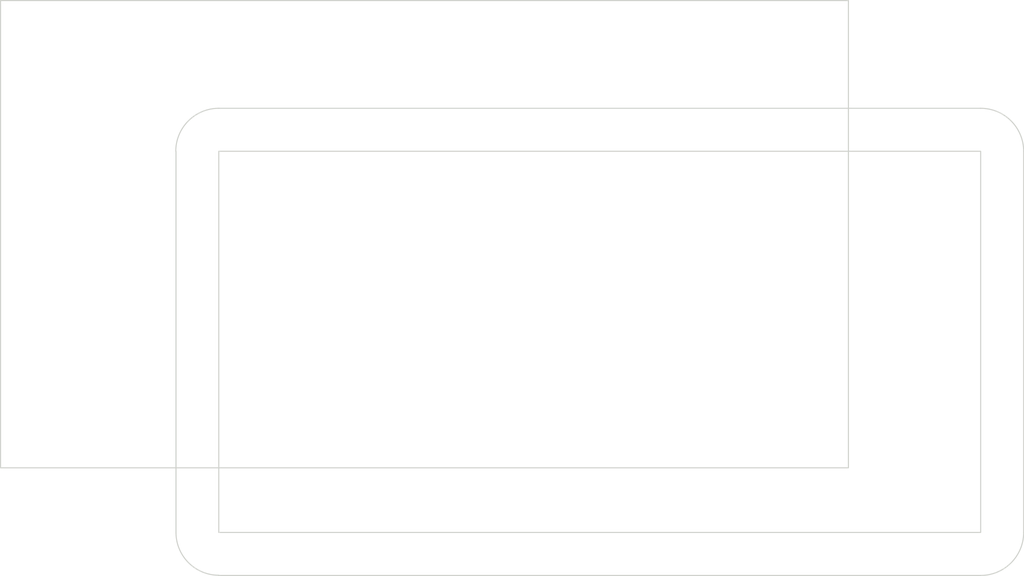
<source format=kicad_pcb>
(kicad_pcb (version 20211014) (generator pcbnew)

  (general
    (thickness 1.6)
  )

  (paper "A4")
  (layers
    (0 "F.Cu" signal)
    (31 "B.Cu" signal)
    (32 "B.Adhes" user "B.Adhesive")
    (33 "F.Adhes" user "F.Adhesive")
    (34 "B.Paste" user)
    (35 "F.Paste" user)
    (36 "B.SilkS" user "B.Silkscreen")
    (37 "F.SilkS" user "F.Silkscreen")
    (38 "B.Mask" user)
    (39 "F.Mask" user)
    (40 "Dwgs.User" user "User.Drawings")
    (41 "Cmts.User" user "User.Comments")
    (42 "Eco1.User" user "User.Eco1")
    (43 "Eco2.User" user "User.Eco2")
    (44 "Edge.Cuts" user)
    (45 "Margin" user)
    (46 "B.CrtYd" user "B.Courtyard")
    (47 "F.CrtYd" user "F.Courtyard")
    (48 "B.Fab" user)
    (49 "F.Fab" user)
    (50 "User.1" user)
    (51 "User.2" user)
    (52 "User.3" user)
    (53 "User.4" user)
    (54 "User.5" user)
    (55 "User.6" user)
    (56 "User.7" user)
    (57 "User.8" user)
    (58 "User.9" user)
  )

  (setup
    (pad_to_mask_clearance 0)
    (pcbplotparams
      (layerselection 0x00010fc_ffffffff)
      (disableapertmacros false)
      (usegerberextensions false)
      (usegerberattributes true)
      (usegerberadvancedattributes true)
      (creategerberjobfile true)
      (svguseinch false)
      (svgprecision 6)
      (excludeedgelayer true)
      (plotframeref false)
      (viasonmask false)
      (mode 1)
      (useauxorigin false)
      (hpglpennumber 1)
      (hpglpenspeed 20)
      (hpglpendiameter 15.000000)
      (dxfpolygonmode true)
      (dxfimperialunits true)
      (dxfusepcbnewfont true)
      (psnegative false)
      (psa4output false)
      (plotreference true)
      (plotvalue true)
      (plotinvisibletext false)
      (sketchpadsonfab false)
      (subtractmaskfromsilk false)
      (outputformat 1)
      (mirror false)
      (drillshape 1)
      (scaleselection 1)
      (outputdirectory "")
    )
  )

  (net 0 "")

  (gr_line (start 147.9 73.95) (end 147.9 108.97) (layer "Edge.Cuts") (width 0.1) (tstamp 240a6132-3d5a-42d5-887d-745299db4f09))
  (gr_rect (start 73.95 73.95) (end 143.95 108.97) (layer "Edge.Cuts") (width 0.1) (fill none) (tstamp 278d05b3-7861-4469-9831-be36175afcbf))
  (gr_line (start 73.95 70) (end 143.95 70) (layer "Edge.Cuts") (width 0.1) (tstamp 3d94e061-e178-4a9d-bb8e-800dc09da9f6))
  (gr_rect (start 53.9 60.1) (end 131.8 103.03) (layer "Edge.Cuts") (width 0.1) (fill none) (tstamp 85bed20f-aec9-4574-bebd-292d09b9d147))
  (gr_arc (start 73.95 112.900318) (mid 71.170845 111.749155) (end 70.019682 108.97) (layer "Edge.Cuts") (width 0.1) (tstamp 87aa9749-3dfe-4bf5-8b11-db6b7e93462a))
  (gr_arc (start 143.95 70) (mid 146.743072 71.156928) (end 147.9 73.95) (layer "Edge.Cuts") (width 0.1) (tstamp 8f566cb3-73b5-449f-9cf0-8c462bcd2e95))
  (gr_arc (start 70 73.95) (mid 71.156928 71.156928) (end 73.95 70) (layer "Edge.Cuts") (width 0.1) (tstamp 916bc779-44dd-41c3-beb7-ed20817703ab))
  (gr_line (start 70.019682 108.97) (end 70.019682 73.95) (layer "Edge.Cuts") (width 0.1) (tstamp ae693f61-9e51-4037-816d-056aabfb4833))
  (gr_arc (start 147.9 108.97) (mid 146.743072 111.763072) (end 143.95 112.92) (layer "Edge.Cuts") (width 0.1) (tstamp b0198288-97dd-43ca-b2bb-cd99a55525c3))
  (gr_line (start 143.95 112.92) (end 73.95 112.92) (layer "Edge.Cuts") (width 0.1) (tstamp b420a2eb-d300-4268-8240-7d86868dc5d4))

)

</source>
